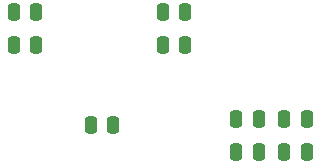
<source format=gbr>
%TF.GenerationSoftware,KiCad,Pcbnew,7.0.1*%
%TF.CreationDate,2023-12-13T14:51:25+00:00*%
%TF.ProjectId,UoB Amptek,556f4220-416d-4707-9465-6b2e6b696361,1*%
%TF.SameCoordinates,Original*%
%TF.FileFunction,Paste,Bot*%
%TF.FilePolarity,Positive*%
%FSLAX46Y46*%
G04 Gerber Fmt 4.6, Leading zero omitted, Abs format (unit mm)*
G04 Created by KiCad (PCBNEW 7.0.1) date 2023-12-13 14:51:25*
%MOMM*%
%LPD*%
G01*
G04 APERTURE LIST*
G04 Aperture macros list*
%AMRoundRect*
0 Rectangle with rounded corners*
0 $1 Rounding radius*
0 $2 $3 $4 $5 $6 $7 $8 $9 X,Y pos of 4 corners*
0 Add a 4 corners polygon primitive as box body*
4,1,4,$2,$3,$4,$5,$6,$7,$8,$9,$2,$3,0*
0 Add four circle primitives for the rounded corners*
1,1,$1+$1,$2,$3*
1,1,$1+$1,$4,$5*
1,1,$1+$1,$6,$7*
1,1,$1+$1,$8,$9*
0 Add four rect primitives between the rounded corners*
20,1,$1+$1,$2,$3,$4,$5,0*
20,1,$1+$1,$4,$5,$6,$7,0*
20,1,$1+$1,$6,$7,$8,$9,0*
20,1,$1+$1,$8,$9,$2,$3,0*%
G04 Aperture macros list end*
%ADD10RoundRect,0.250000X0.250000X0.475000X-0.250000X0.475000X-0.250000X-0.475000X0.250000X-0.475000X0*%
%ADD11RoundRect,0.250000X-0.250000X-0.475000X0.250000X-0.475000X0.250000X0.475000X-0.250000X0.475000X0*%
G04 APERTURE END LIST*
D10*
%TO.C,C10*%
X107188000Y-73914000D03*
X105288000Y-73914000D03*
%TD*%
%TO.C,C7*%
X130124200Y-80187800D03*
X128224200Y-80187800D03*
%TD*%
%TO.C,C17*%
X126060200Y-80187800D03*
X124160200Y-80187800D03*
%TD*%
%TO.C,C9*%
X107198200Y-71120000D03*
X105298200Y-71120000D03*
%TD*%
%TO.C,C8*%
X130124200Y-82981800D03*
X128224200Y-82981800D03*
%TD*%
D11*
%TO.C,C16*%
X117922000Y-71094600D03*
X119822000Y-71094600D03*
%TD*%
D10*
%TO.C,C19*%
X126060200Y-82981800D03*
X124160200Y-82981800D03*
%TD*%
%TO.C,C13*%
X113726000Y-80670400D03*
X111826000Y-80670400D03*
%TD*%
D11*
%TO.C,C18*%
X117937200Y-73914000D03*
X119837200Y-73914000D03*
%TD*%
M02*

</source>
